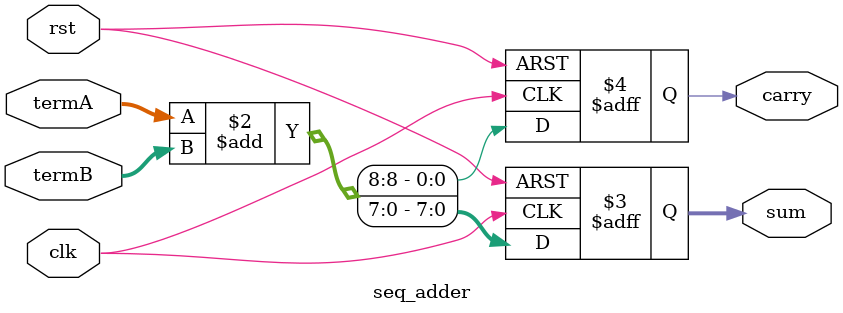
<source format=v>

module seq_adder(
	clk,
	rst,
	termA,
	termB,
	sum,
	carry);
	
	parameter N = 8;
	
	input 				clk;
	input				rst;
	input		[N-1:0]	termA;
	input		[N-1:0]	termB;
	output reg	[N-1:0]	sum;
	output reg			carry;
	
	
	always @ (posedge clk or posedge rst)
	begin
		if(rst)
		begin
			sum 	<= 0;
			carry 	<= 0;
		end
		else
		begin
			{carry, sum} <= termA + termB;
		end
	end

endmodule

</source>
